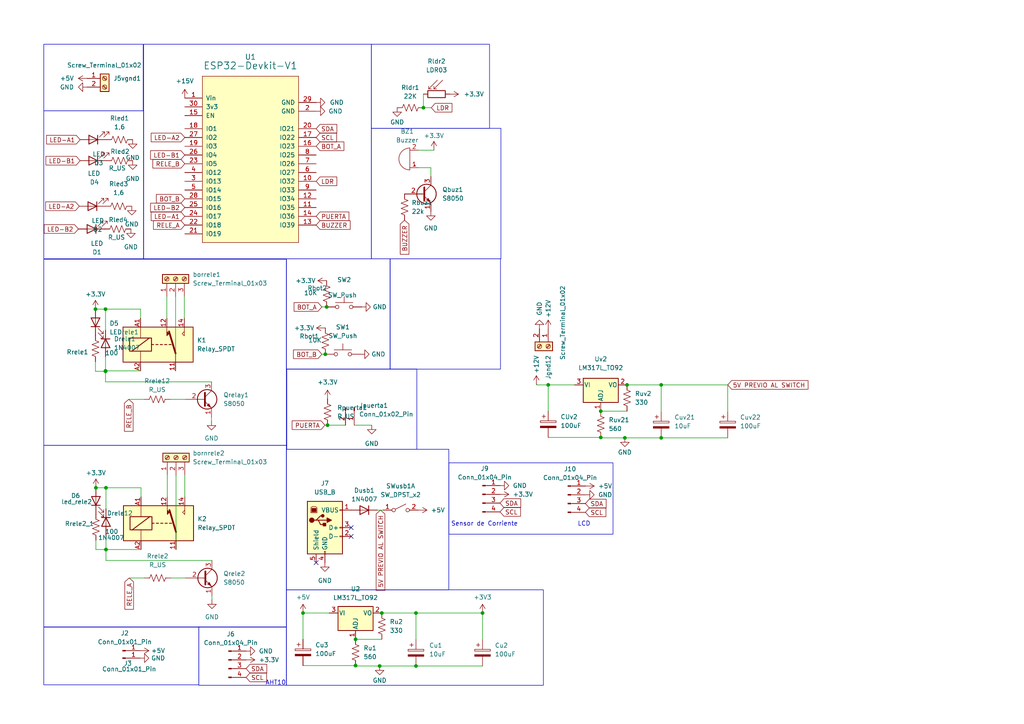
<source format=kicad_sch>
(kicad_sch (version 20231120) (generator "eeschema") (generator_version "8.0")
  (paper "A4")
  (lib_symbols
    (symbol "Connector:Conn_01x01_Pin" (pin_names (offset 1.016) hide)
      (property "Reference" "J" (at 0 2.54 0))
      (property "Value" "Conn_01x01_Pin" (at 0 -2.54 0))
      (symbol "Conn_01x01_Pin_1_1"
        (polyline (pts (xy 1.27 0) (xy 0.8636 0)) (stroke (width 0.1524)))
        (rectangle (start 0.8636 0.127) (end 0 -0.127) (stroke (width 0.1524)) (fill (type outline)))
        (pin passive line (at 5.08 0 180) (length 3.81) (name "Pin_1") (number "1"))
      )
    )
    (symbol "Connector:Conn_01x02_Pin" (pin_names (offset 1.016) hide)
      (property "Reference" "J" (at 0 2.54 0))
      (property "Value" "Conn_01x02_Pin" (at 0 -5.08 0))
      (symbol "Conn_01x02_Pin_1_1"
        (polyline (pts (xy 1.27 -2.54) (xy 0.8636 -2.54)) (stroke (width 0.1524)))
        (polyline (pts (xy 1.27 0) (xy 0.8636 0)) (stroke (width 0.1524)))
        (rectangle (start 0.8636 -2.413) (end 0 -2.667) (stroke (width 0.1524)) (fill (type outline)))
        (rectangle (start 0.8636 0.127) (end 0 -0.127) (stroke (width 0.1524)) (fill (type outline)))
        (pin passive line (at 5.08 0 180) (length 3.81) (name "Pin_1") (number "1"))
        (pin passive line (at 5.08 -2.54 180) (length 3.81) (name "Pin_2") (number "2"))
      )
    )
    (symbol "Connector:Conn_01x04_Pin" (pin_names (offset 1.016) hide)
      (property "Reference" "J" (at 0 5.08 0))
      (property "Value" "Conn_01x04_Pin" (at 0 -7.62 0))
      (symbol "Conn_01x04_Pin_1_1"
        (polyline (pts (xy 1.27 -5.08) (xy 0.8636 -5.08)) (stroke (width 0.1524)))
        (polyline (pts (xy 1.27 -2.54) (xy 0.8636 -2.54)) (stroke (width 0.1524)))
        (polyline (pts (xy 1.27 0) (xy 0.8636 0)) (stroke (width 0.1524)))
        (polyline (pts (xy 1.27 2.54) (xy 0.8636 2.54)) (stroke (width 0.1524)))
        (rectangle (start 0.8636 -4.953) (end 0 -5.207) (stroke (width 0.1524)) (fill (type outline)))
        (rectangle (start 0.8636 -2.413) (end 0 -2.667) (stroke (width 0.1524)) (fill (type outline)))
        (rectangle (start 0.8636 0.127) (end 0 -0.127) (stroke (width 0.1524)) (fill (type outline)))
        (rectangle (start 0.8636 2.667) (end 0 2.413) (stroke (width 0.1524)) (fill (type outline)))
        (pin passive line (at 5.08 2.54 180) (length 3.81) (name "Pin_1") (number "1"))
        (pin passive line (at 5.08 0 180) (length 3.81) (name "Pin_2") (number "2"))
        (pin passive line (at 5.08 -2.54 180) (length 3.81) (name "Pin_3") (number "3"))
        (pin passive line (at 5.08 -5.08 180) (length 3.81) (name "Pin_4") (number "4"))
      )
    )
    (symbol "Connector:Screw_Terminal_01x02" (pin_names (offset 1.016) hide)
      (property "Reference" "J" (at 0 2.54 0))
      (property "Value" "Screw_Terminal_01x02" (at 0 -5.08 0))
      (symbol "Screw_Terminal_01x02_1_1"
        (rectangle (start -1.27 1.27) (end 1.27 -3.81) (stroke (width 0.254)) (fill (type background)))
        (circle (center 0 -2.54) (radius 0.635) (stroke (width 0.1524)))
        (polyline (pts (xy -0.5334 -2.2098) (xy 0.3302 -3.048)) (stroke (width 0.1524)))
        (polyline (pts (xy -0.5334 0.3302) (xy 0.3302 -0.508)) (stroke (width 0.1524)))
        (polyline (pts (xy -0.3556 -2.032) (xy 0.508 -2.8702)) (stroke (width 0.1524)))
        (polyline (pts (xy -0.3556 0.508) (xy 0.508 -0.3302)) (stroke (width 0.1524)))
        (circle (center 0 0) (radius 0.635) (stroke (width 0.1524)))
        (pin passive line (at -5.08 0 0) (length 3.81) (name "Pin_1") (number "1"))
        (pin passive line (at -5.08 -2.54 0) (length 3.81) (name "Pin_2") (number "2"))
      )
    )
    (symbol "Connector:Screw_Terminal_01x03" (pin_names (offset 1.016) hide)
      (property "Reference" "J" (at 0 5.08 0))
      (property "Value" "Screw_Terminal_01x03" (at 0 -5.08 0))
      (symbol "Screw_Terminal_01x03_1_1"
        (rectangle (start -1.27 3.81) (end 1.27 -3.81) (stroke (width 0.254)) (fill (type background)))
        (circle (center 0 -2.54) (radius 0.635) (stroke (width 0.1524)))
        (polyline (pts (xy -0.5334 -2.2098) (xy 0.3302 -3.048)) (stroke (width 0.1524)))
        (polyline (pts (xy -0.5334 0.3302) (xy 0.3302 -0.508)) (stroke (width 0.1524)))
        (polyline (pts (xy -0.5334 2.8702) (xy 0.3302 2.032)) (stroke (width 0.1524)))
        (polyline (pts (xy -0.3556 -2.032) (xy 0.508 -2.8702)) (stroke (width 0.1524)))
        (polyline (pts (xy -0.3556 0.508) (xy 0.508 -0.3302)) (stroke (width 0.1524)))
        (polyline (pts (xy -0.3556 3.048) (xy 0.508 2.2098)) (stroke (width 0.1524)))
        (circle (center 0 0) (radius 0.635) (stroke (width 0.1524)))
        (circle (center 0 2.54) (radius 0.635) (stroke (width 0.1524)))
        (pin passive line (at -5.08 2.54 0) (length 3.81) (name "Pin_1") (number "1"))
        (pin passive line (at -5.08 0 0) (length 3.81) (name "Pin_2") (number "2"))
        (pin passive line (at -5.08 -2.54 0) (length 3.81) (name "Pin_3") (number "3"))
      )
    )
    (symbol "Connector:USB_B" (pin_names (offset 1.016))
      (property "Reference" "J" (at -5.08 11.43 0))
      (property "Value" "USB_B" (at -5.08 8.89 0))
      (symbol "USB_B_0_1"
        (rectangle (start -5.08 -7.62) (end 5.08 7.62) (stroke (width 0.254)) (fill (type background)))
        (circle (center -3.81 2.159) (radius 0.635) (stroke (width 0.254)) (fill (type outline)))
        (rectangle (start -3.81 5.588) (end -2.54 4.572) (fill (type outline)))
        (circle (center -0.635 3.429) (radius 0.381) (stroke (width 0.254)) (fill (type outline)))
        (rectangle (start -0.127 -7.62) (end 0.127 -6.858))
        (polyline (pts (xy -1.905 2.159) (xy 0.635 2.159)) (stroke (width 0.254)))
        (polyline (pts (xy -3.175 2.159) (xy -2.54 2.159) (xy -1.27 3.429) (xy -0.635 3.429)) (stroke (width 0.254)))
        (polyline (pts (xy -2.54 2.159) (xy -1.905 2.159) (xy -1.27 0.889) (xy 0 0.889)) (stroke (width 0.254)))
        (polyline (pts (xy 0.635 2.794) (xy 0.635 1.524) (xy 1.905 2.159) (xy 0.635 2.794)) (stroke (width 0.254)) (fill (type outline)))
        (polyline (pts (xy -4.064 4.318) (xy -2.286 4.318) (xy -2.286 5.715) (xy -2.667 6.096) (xy -3.683 6.096) (xy -4.064 5.715) (xy -4.064 4.318)))
        (rectangle (start 0.254 1.27) (end -0.508 0.508) (stroke (width 0.254)) (fill (type outline)))
        (rectangle (start 5.08 -2.667) (end 4.318 -2.413))
        (rectangle (start 5.08 -0.127) (end 4.318 0.127))
        (rectangle (start 5.08 4.953) (end 4.318 5.207))
      )
      (symbol "USB_B_1_1"
        (pin power_out line (at 7.62 5.08 180) (length 2.54) (name "VBUS") (number "1"))
        (pin bidirectional line (at 7.62 -2.54 180) (length 2.54) (name "D-") (number "2"))
        (pin bidirectional line (at 7.62 0 180) (length 2.54) (name "D+") (number "3"))
        (pin power_out line (at 0 -10.16 90) (length 2.54) (name "GND") (number "4"))
        (pin passive line (at -2.54 -10.16 90) (length 2.54) (name "Shield") (number "5"))
      )
    )
    (symbol "Device:Buzzer" (pin_names (offset 0.0254) hide)
      (property "Reference" "BZ" (at 3.81 1.27 0))
      (property "Value" "Buzzer" (at 3.81 -1.27 0))
      (symbol "Buzzer_0_1"
        (arc (start 0 -3.175) (mid 3.1612 0) (end 0 3.175))
        (polyline (pts (xy -1.651 1.905) (xy -1.143 1.905)))
        (polyline (pts (xy -1.397 2.159) (xy -1.397 1.651)))
        (polyline (pts (xy 0 3.175) (xy 0 -3.175)))
      )
      (symbol "Buzzer_1_1"
        (pin passive line (at -2.54 2.54 0) (length 2.54) (name "-") (number "1"))
        (pin passive line (at -2.54 -2.54 0) (length 2.54) (name "+") (number "2"))
      )
    )
    (symbol "Device:C_Polarized" (pin_numbers hide) (pin_names (offset 0.254))
      (property "Reference" "C" (at 0.635 2.54 0))
      (property "Value" "C_Polarized" (at 0.635 -2.54 0))
      (symbol "C_Polarized_0_1"
        (rectangle (start -2.286 0.508) (end 2.286 1.016))
        (polyline (pts (xy -1.778 2.286) (xy -0.762 2.286)))
        (polyline (pts (xy -1.27 2.794) (xy -1.27 1.778)))
        (rectangle (start 2.286 -0.508) (end -2.286 -1.016) (fill (type outline)))
      )
      (symbol "C_Polarized_1_1"
        (pin passive line (at 0 3.81 270) (length 2.794) (name "~") (number "1"))
        (pin passive line (at 0 -3.81 90) (length 2.794) (name "~") (number "2"))
      )
    )
    (symbol "Device:LED" (pin_numbers hide) (pin_names (offset 1.016) hide)
      (property "Reference" "D" (at 0 2.54 0))
      (property "Value" "LED" (at 0 -2.54 0))
      (symbol "LED_0_1"
        (polyline (pts (xy -1.27 -1.27) (xy -1.27 1.27)) (stroke (width 0.254)))
        (polyline (pts (xy -1.27 0) (xy 1.27 0)))
        (polyline (pts (xy 1.27 -1.27) (xy 1.27 1.27) (xy -1.27 0) (xy 1.27 -1.27)) (stroke (width 0.254)))
        (polyline (pts (xy -3.048 -0.762) (xy -4.572 -2.286) (xy -3.81 -2.286) (xy -4.572 -2.286) (xy -4.572 -1.524)))
        (polyline (pts (xy -1.778 -0.762) (xy -3.302 -2.286) (xy -2.54 -2.286) (xy -3.302 -2.286) (xy -3.302 -1.524)))
      )
      (symbol "LED_1_1"
        (pin passive line (at -3.81 0 0) (length 2.54) (name "K") (number "1"))
        (pin passive line (at 3.81 0 180) (length 2.54) (name "A") (number "2"))
      )
    )
    (symbol "Device:R_US" (pin_numbers hide) (pin_names (offset 0))
      (property "Reference" "R" (at 2.54 0 90))
      (property "Value" "R_US" (at -2.54 0 90))
      (symbol "R_US_0_1"
        (polyline (pts (xy 0 -2.286) (xy 0 -2.54)))
        (polyline (pts (xy 0 2.286) (xy 0 2.54)))
        (polyline (pts (xy 0 -0.762) (xy 1.016 -1.143) (xy 0 -1.524) (xy -1.016 -1.905) (xy 0 -2.286)))
        (polyline (pts (xy 0 0.762) (xy 1.016 0.381) (xy 0 0) (xy -1.016 -0.381) (xy 0 -0.762)))
        (polyline (pts (xy 0 2.286) (xy 1.016 1.905) (xy 0 1.524) (xy -1.016 1.143) (xy 0 0.762)))
      )
      (symbol "R_US_1_1"
        (pin passive line (at 0 3.81 270) (length 1.27) (name "~") (number "1"))
        (pin passive line (at 0 -3.81 90) (length 1.27) (name "~") (number "2"))
      )
    )
    (symbol "Diode:1N4007" (pin_numbers hide) (pin_names hide)
      (property "Reference" "D" (at 0 2.54 0))
      (property "Value" "1N4007" (at 0 -2.54 0))
      (symbol "1N4007_0_1"
        (polyline (pts (xy -1.27 1.27) (xy -1.27 -1.27)) (stroke (width 0.254)))
        (polyline (pts (xy 1.27 0) (xy -1.27 0)))
        (polyline (pts (xy 1.27 1.27) (xy 1.27 -1.27) (xy -1.27 0) (xy 1.27 1.27)) (stroke (width 0.254)))
      )
      (symbol "1N4007_1_1"
        (pin passive line (at -3.81 0 0) (length 2.54) (name "K") (number "1"))
        (pin passive line (at 3.81 0 180) (length 2.54) (name "A") (number "2"))
      )
    )
    (symbol "Regulator_Linear:LM317L_TO92" (pin_names (offset 0.254))
      (property "Reference" "U" (at -3.81 3.175 0))
      (property "Value" "LM317L_TO92" (at 0 3.175 0))
      (symbol "LM317L_TO92_0_1"
        (rectangle (start -5.08 1.905) (end 5.08 -5.08) (stroke (width 0.254)) (fill (type background)))
      )
      (symbol "LM317L_TO92_1_1"
        (pin input line (at 0 -7.62 90) (length 2.54) (name "ADJ") (number "1"))
        (pin power_out line (at 7.62 0 180) (length 2.54) (name "VO") (number "2"))
        (pin power_in line (at -7.62 0 0) (length 2.54) (name "VI") (number "3"))
      )
    )
    (symbol "Relay:Relay_SPDT"
      (property "Reference" "K" (at 11.43 3.81 0))
      (property "Value" "Relay_SPDT" (at 11.43 1.27 0))
      (symbol "Relay_SPDT_0_0"
        (polyline (pts (xy 7.62 5.08) (xy 7.62 2.54) (xy 6.985 3.175) (xy 7.62 3.81)))
      )
      (symbol "Relay_SPDT_0_1"
        (rectangle (start -10.16 5.08) (end 10.16 -5.08) (stroke (width 0.254)) (fill (type background)))
        (rectangle (start -8.255 1.905) (end -1.905 -1.905) (stroke (width 0.254)))
        (polyline (pts (xy -7.62 -1.905) (xy -2.54 1.905)) (stroke (width 0.254)))
        (polyline (pts (xy -5.08 -5.08) (xy -5.08 -1.905)))
        (polyline (pts (xy -5.08 5.08) (xy -5.08 1.905)))
        (polyline (pts (xy -1.905 0) (xy -1.27 0)) (stroke (width 0.254)))
        (polyline (pts (xy -0.635 0) (xy 0 0)) (stroke (width 0.254)))
        (polyline (pts (xy 0.635 0) (xy 1.27 0)) (stroke (width 0.254)))
        (polyline (pts (xy 1.905 0) (xy 2.54 0)) (stroke (width 0.254)))
        (polyline (pts (xy 3.175 0) (xy 3.81 0)) (stroke (width 0.254)))
        (polyline (pts (xy 5.08 -2.54) (xy 3.175 3.81)) (stroke (width 0.508)))
        (polyline (pts (xy 5.08 -2.54) (xy 5.08 -5.08)))
        (polyline (pts (xy 2.54 5.08) (xy 2.54 2.54) (xy 3.175 3.175) (xy 2.54 3.81)) (fill (type outline)))
      )
      (symbol "Relay_SPDT_1_1"
        (pin passive line (at 5.08 -7.62 90) (length 2.54) (name "~") (number "11"))
        (pin passive line (at 2.54 7.62 270) (length 2.54) (name "~") (number "12"))
        (pin passive line (at 7.62 7.62 270) (length 2.54) (name "~") (number "14"))
        (pin passive line (at -5.08 7.62 270) (length 2.54) (name "~") (number "A1"))
        (pin passive line (at -5.08 -7.62 90) (length 2.54) (name "~") (number "A2"))
      )
    )
    (symbol "Sensor_Optical:LDR03" (pin_numbers hide) (pin_names (offset 0))
      (property "Reference" "R" (at -5.08 0 90))
      (property "Value" "LDR03" (at 1.905 0 90))
      (symbol "LDR03_0_1"
        (rectangle (start -1.016 2.54) (end 1.016 -2.54) (stroke (width 0.254)))
        (polyline (pts (xy -1.524 -2.286) (xy -4.064 0.254)))
        (polyline (pts (xy -1.524 -2.286) (xy -2.286 -2.286)))
        (polyline (pts (xy -1.524 -2.286) (xy -1.524 -1.524)))
        (polyline (pts (xy -1.524 -0.762) (xy -4.064 1.778)))
        (polyline (pts (xy -1.524 -0.762) (xy -2.286 -0.762)))
        (polyline (pts (xy -1.524 -0.762) (xy -1.524 0)))
      )
      (symbol "LDR03_1_1"
        (pin passive line (at 0 3.81 270) (length 1.27) (name "~") (number "1"))
        (pin passive line (at 0 -3.81 90) (length 1.27) (name "~") (number "2"))
      )
    )
    (symbol "Switch:SW_DPST_x2" (pin_names (offset 0) hide)
      (property "Reference" "SW" (at 0 3.175 0))
      (property "Value" "SW_DPST_x2" (at 0 -2.54 0))
      (symbol "SW_DPST_x2_0_0"
        (circle (center -2.032 0) (radius 0.508))
        (polyline (pts (xy -1.524 0.254) (xy 1.524 1.778)))
        (circle (center 2.032 0) (radius 0.508))
      )
      (symbol "SW_DPST_x2_1_1"
        (pin passive line (at -5.08 0 0) (length 2.54) (name "A") (number "1"))
        (pin passive line (at 5.08 0 180) (length 2.54) (name "B") (number "2"))
      )
      (symbol "SW_DPST_x2_2_1"
        (pin passive line (at -5.08 0 0) (length 2.54) (name "A") (number "3"))
        (pin passive line (at 5.08 0 180) (length 2.54) (name "B") (number "4"))
      )
    )
    (symbol "Switch:SW_Push" (pin_numbers hide) (pin_names (offset 1.016) hide)
      (property "Reference" "SW" (at 1.27 2.54 0))
      (property "Value" "SW_Push" (at 0 -1.524 0))
      (symbol "SW_Push_0_1"
        (circle (center -2.032 0) (radius 0.508))
        (polyline (pts (xy 0 1.27) (xy 0 3.048)))
        (polyline (pts (xy 2.54 1.27) (xy -2.54 1.27)))
        (circle (center 2.032 0) (radius 0.508))
        (pin passive line (at -5.08 0 0) (length 2.54) (name "1") (number "1"))
        (pin passive line (at 5.08 0 180) (length 2.54) (name "2") (number "2"))
      )
    )
    (symbol "Transistor_BJT:S8050" (pin_names (offset 0) hide)
      (property "Reference" "Q" (at 5.08 1.905 0))
      (property "Value" "S8050" (at 5.08 0 0))
      (symbol "S8050_0_1"
        (polyline (pts (xy 0 0) (xy 0.635 0)))
        (polyline (pts (xy 0.635 0.635) (xy 2.54 2.54)))
        (polyline (pts (xy 0.635 -0.635) (xy 2.54 -2.54) (xy 2.54 -2.54)))
        (polyline (pts (xy 0.635 1.905) (xy 0.635 -1.905) (xy 0.635 -1.905)) (stroke (width 0.508)))
        (polyline (pts (xy 1.27 -1.778) (xy 1.778 -1.27) (xy 2.286 -2.286) (xy 1.27 -1.778) (xy 1.27 -1.778)) (fill (type outline)))
        (circle (center 1.27 0) (radius 2.8194) (stroke (width 0.254)))
      )
      (symbol "S8050_1_1"
        (pin passive line (at 2.54 -5.08 90) (length 2.54) (name "E") (number "1"))
        (pin input line (at -5.08 0 0) (length 5.08) (name "B") (number "2"))
        (pin passive line (at 2.54 5.08 270) (length 2.54) (name "C") (number "3"))
      )
    )
    (symbol "esp32-devkit-v1:ESP32-Devkit-V1" (pin_names (offset 1.016))
      (property "Reference" "U" (at 13.97 -21.59 0))
      (property "Value" "ESP32-Devkit-V1" (at 13.97 -2.54 0))
      (symbol "ESP32-Devkit-V1_0_1"
        (rectangle (start 0 0) (end 27.94 -48.26) (fill (type background)))
      )
      (symbol "ESP32-Devkit-V1_1_1"
        (pin power_in line (at -5.08 -6.35 0) (length 5.08) (name "Vin") (number "1"))
        (pin bidirectional line (at 33.02 -30.48 180) (length 5.08) (name "IO32") (number "10"))
        (pin bidirectional line (at 33.02 -38.1 180) (length 5.08) (name "IO35") (number "11"))
        (pin bidirectional line (at 33.02 -35.56 180) (length 5.08) (name "IO34") (number "12"))
        (pin bidirectional line (at 33.02 -43.18 180) (length 5.08) (name "IO39") (number "13"))
        (pin bidirectional line (at 33.02 -40.64 180) (length 5.08) (name "IO36") (number "14"))
        (pin input line (at -5.08 -11.43 0) (length 5.08) (name "EN") (number "15"))
        (pin bidirectional line (at 33.02 -20.32 180) (length 5.08) (name "IO23") (number "16"))
        (pin bidirectional line (at 33.02 -17.78 180) (length 5.08) (name "IO22") (number "17"))
        (pin bidirectional line (at -5.08 -15.24 0) (length 5.08) (name "IO1") (number "18"))
        (pin bidirectional line (at -5.08 -20.32 0) (length 5.08) (name "IO3") (number "19"))
        (pin power_out line (at 33.02 -10.16 180) (length 5.08) (name "GND") (number "2"))
        (pin bidirectional line (at 33.02 -15.24 180) (length 5.08) (name "IO21") (number "20"))
        (pin bidirectional line (at -5.08 -45.72 0) (length 5.08) (name "IO19") (number "21"))
        (pin bidirectional line (at -5.08 -43.18 0) (length 5.08) (name "IO18") (number "22"))
        (pin bidirectional line (at -5.08 -25.4 0) (length 5.08) (name "IO5") (number "23"))
        (pin bidirectional line (at -5.08 -40.64 0) (length 5.08) (name "IO17") (number "24"))
        (pin bidirectional line (at -5.08 -38.1 0) (length 5.08) (name "IO16") (number "25"))
        (pin bidirectional line (at -5.08 -22.86 0) (length 5.08) (name "IO4") (number "26"))
        (pin bidirectional line (at -5.08 -17.78 0) (length 5.08) (name "IO2") (number "27"))
        (pin bidirectional line (at -5.08 -35.56 0) (length 5.08) (name "IO15") (number "28"))
        (pin power_out line (at 33.02 -7.62 180) (length 5.08) (name "GND") (number "29"))
        (pin bidirectional line (at -5.08 -30.48 0) (length 5.08) (name "IO13") (number "3"))
        (pin power_out line (at -5.08 -8.89 0) (length 5.08) (name "3v3") (number "30"))
        (pin bidirectional line (at -5.08 -27.94 0) (length 5.08) (name "IO12") (number "4"))
        (pin bidirectional line (at -5.08 -33.02 0) (length 5.08) (name "IO14") (number "5"))
        (pin bidirectional line (at 33.02 -27.94 180) (length 5.08) (name "IO27") (number "6"))
        (pin bidirectional line (at 33.02 -25.4 180) (length 5.08) (name "IO26") (number "7"))
        (pin bidirectional line (at 33.02 -22.86 180) (length 5.08) (name "IO25") (number "8"))
        (pin bidirectional line (at 33.02 -33.02 180) (length 5.08) (name "IO33") (number "9"))
      )
    )
    (symbol "power:+12V" (power) (pin_names (offset 0))
      (property "Value" "+12V" (at 0 3.556 0))
      (symbol "+12V_0_1"
        (polyline (pts (xy -0.762 1.27) (xy 0 2.54)))
        (polyline (pts (xy 0 0) (xy 0 2.54)))
        (polyline (pts (xy 0 2.54) (xy 0.762 1.27)))
      )
      (symbol "+12V_1_1"
        (pin power_in line (at 0 0 90) (length 0) hide (name "+12V") (number "1"))
      )
    )
    (symbol "power:+15V" (power) (pin_names (offset 0))
      (property "Value" "+15V" (at 0 3.556 0))
      (symbol "+15V_0_1"
        (polyline (pts (xy -0.762 1.27) (xy 0 2.54)))
        (polyline (pts (xy 0 0) (xy 0 2.54)))
        (polyline (pts (xy 0 2.54) (xy 0.762 1.27)))
      )
      (symbol "+15V_1_1"
        (pin power_in line (at 0 0 90) (length 0) hide (name "+15V") (number "1"))
      )
    )
    (symbol "power:+3.3V" (power) (pin_names (offset 0))
      (property "Value" "+3.3V" (at 0 3.556 0))
      (symbol "+3.3V_0_1"
        (polyline (pts (xy -0.762 1.27) (xy 0 2.54)))
        (polyline (pts (xy 0 0) (xy 0 2.54)))
        (polyline (pts (xy 0 2.54) (xy 0.762 1.27)))
      )
      (symbol "+3.3V_1_1"
        (pin power_in line (at 0 0 90) (length 0) hide (name "+3.3V") (number "1"))
      )
    )
    (symbol "power:+3V3" (power) (pin_names (offset 0))
      (property "Value" "+3V3" (at 0 3.556 0))
      (symbol "+3V3_0_1"
        (polyline (pts (xy -0.762 1.27) (xy 0 2.54)))
        (polyline (pts (xy 0 0) (xy 0 2.54)))
        (polyline (pts (xy 0 2.54) (xy 0.762 1.27)))
      )
      (symbol "+3V3_1_1"
        (pin power_in line (at 0 0 90) (length 0) hide (name "+3V3") (number "1"))
      )
    )
    (symbol "power:+5V" (power) (pin_names (offset 0))
      (property "Value" "+5V" (at 0 3.556 0))
      (symbol "+5V_0_1"
        (polyline (pts (xy -0.762 1.27) (xy 0 2.54)))
        (polyline (pts (xy 0 0) (xy 0 2.54)))
        (polyline (pts (xy 0 2.54) (xy 0.762 1.27)))
      )
      (symbol "+5V_1_1"
        (pin power_in line (at 0 0 90) (length 0) hide (name "+5V") (number "1"))
      )
    )
    (symbol "power:GND" (power) (pin_names (offset 0))
      (property "Value" "GND" (at 0 -3.81 0))
      (symbol "GND_0_1"
        (polyline (pts (xy 0 0) (xy 0 -1.27) (xy 1.27 -1.27) (xy 0 -2.54) (xy -1.27 -1.27) (xy 0 -1.27)))
      )
      (symbol "GND_1_1"
        (pin power_in line (at 0 0 270) (length 0) hide (name "GND") (number "1"))
      )
    )
  )
  (junction (at 181.864 111.633))
  (junction (at 103.124 193.04))
  (junction (at 30.607 107.696))
  (junction (at 103.124 185.42))
  (junction (at 139.954 177.8))
  (junction (at 94.361 102.743))
  (junction (at 110.744 177.8))
  (junction (at 30.734 159.385))
  (junction (at 30.607 107.569))
  (junction (at 174.244 119.253))
  (junction (at 30.734 141.478))
  (junction (at 181.229 127))
  (junction (at 191.77 111.633))
  (junction (at 191.77 127))
  (junction (at 159.004 111.633))
  (junction (at 87.884 177.8))
  (junction (at 30.607 89.662))
  (junction (at 174.244 126.873))
  (junction (at 27.686 89.662))
  (junction (at 27.813 141.478))
  (junction (at 120.65 193.167))
  (junction (at 94.742 89.027))
  (junction (at 94.996 123.317))
  (junction (at 110.109 193.167))
  (junction (at 120.65 177.8))
  (junction (at 122.809 31.242))
  (no_connect (at 91.694 163.195))
  (no_connect (at 101.854 155.575))
  (no_connect (at 101.854 153.035))
  (wire (pts (xy 50.927 85.979) (xy 50.927 107.569)))
  (wire (pts (xy 103.124 193.167) (xy 103.124 193.04)))
  (wire (pts (xy 61.341 110.744) (xy 30.607 110.744)))
  (wire (pts (xy 155.575 111.506) (xy 155.702 111.506)))
  (wire (pts (xy 174.244 127) (xy 174.244 126.873)))
  (wire (pts (xy 30.607 89.662) (xy 30.607 95.758)))
  (wire (pts (xy 120.65 193.167) (xy 110.109 193.167)))
  (wire (pts (xy 100.203 123.317) (xy 94.996 123.317)))
  (wire (pts (xy 49.53 167.64) (xy 53.848 167.64)))
  (wire (pts (xy 30.734 141.478) (xy 30.734 147.574)))
  (wire (pts (xy 120.65 185.547) (xy 120.65 177.8)))
  (wire (pts (xy 48.514 137.795) (xy 48.514 144.145)))
  (wire (pts (xy 40.894 141.478) (xy 30.734 141.478)))
  (wire (pts (xy 87.884 177.8) (xy 87.884 185.42)))
  (wire (pts (xy 211.074 111.633) (xy 211.074 119.38)))
  (wire (pts (xy 30.607 107.569) (xy 40.767 107.569)))
  (wire (pts (xy 61.468 162.56) (xy 30.734 162.56)))
  (wire (pts (xy 53.467 85.979) (xy 53.467 92.329)))
  (wire (pts (xy 120.65 177.8) (xy 110.744 177.8)))
  (wire (pts (xy 61.468 172.72) (xy 61.468 173.99)))
  (wire (pts (xy 139.954 185.547) (xy 139.954 177.8)))
  (wire (pts (xy 102.743 123.317) (xy 107.823 123.317)))
  (wire (pts (xy 27.813 159.385) (xy 30.734 159.385)))
  (wire (pts (xy 30.734 162.56) (xy 30.734 159.385)))
  (wire (pts (xy 191.77 127) (xy 181.229 127)))
  (wire (pts (xy 37.338 115.824) (xy 41.783 115.824)))
  (wire (pts (xy 191.77 119.38) (xy 191.77 111.633)))
  (wire (pts (xy 93.345 102.743) (xy 94.361 102.743)))
  (wire (pts (xy 30.607 89.662) (xy 27.686 89.662)))
  (wire (pts (xy 30.607 107.569) (xy 30.607 103.378)))
  (wire (pts (xy 30.734 159.385) (xy 30.734 155.194)))
  (wire (pts (xy 93.345 89.027) (xy 94.742 89.027)))
  (wire (pts (xy 111.125 147.955) (xy 109.474 147.955)))
  (wire (pts (xy 27.813 156.718) (xy 27.813 159.385)))
  (wire (pts (xy 211.074 111.633) (xy 191.77 111.633)))
  (wire (pts (xy 40.767 89.662) (xy 30.607 89.662)))
  (wire (pts (xy 30.734 141.478) (xy 27.813 141.478)))
  (wire (pts (xy 110.109 193.167) (xy 103.124 193.167)))
  (wire (pts (xy 94.234 123.317) (xy 94.996 123.317)))
  (wire (pts (xy 155.702 111.506) (xy 155.702 111.633)))
  (wire (pts (xy 159.004 126.873) (xy 174.244 126.873)))
  (wire (pts (xy 139.954 177.8) (xy 120.65 177.8)))
  (wire (pts (xy 87.884 193.04) (xy 103.124 193.04)))
  (wire (pts (xy 30.607 107.696) (xy 30.607 107.569)))
  (wire (pts (xy 174.244 119.253) (xy 181.864 119.253)))
  (wire (pts (xy 27.686 107.696) (xy 30.607 107.696)))
  (wire (pts (xy 95.504 177.8) (xy 87.884 177.8)))
  (wire (pts (xy 40.767 92.329) (xy 40.767 89.662)))
  (wire (pts (xy 53.594 137.795) (xy 53.594 144.145)))
  (wire (pts (xy 27.686 104.902) (xy 27.686 107.696)))
  (wire (pts (xy 122.809 31.242) (xy 125.095 31.242)))
  (wire (pts (xy 181.229 127) (xy 174.244 127)))
  (wire (pts (xy 103.124 185.42) (xy 110.744 185.42)))
  (wire (pts (xy 211.074 127) (xy 191.77 127)))
  (wire (pts (xy 159.004 111.633) (xy 159.004 119.253)))
  (wire (pts (xy 30.607 110.744) (xy 30.607 107.696)))
  (wire (pts (xy 155.702 111.633) (xy 159.004 111.633)))
  (wire (pts (xy 122.809 27.305) (xy 122.809 31.242)))
  (wire (pts (xy 49.403 115.824) (xy 53.721 115.824)))
  (wire (pts (xy 37.465 167.64) (xy 41.91 167.64)))
  (wire (pts (xy 159.004 111.633) (xy 166.624 111.633)))
  (wire (pts (xy 139.954 193.167) (xy 120.65 193.167)))
  (wire (pts (xy 61.341 120.904) (xy 61.341 122.174)))
  (wire (pts (xy 30.734 159.385) (xy 40.894 159.385)))
  (wire (pts (xy 124.968 48.641) (xy 124.968 51.181)))
  (wire (pts (xy 40.894 144.145) (xy 40.894 141.478)))
  (wire (pts (xy 121.412 43.561) (xy 125.857 43.561)))
  (wire (pts (xy 191.77 111.633) (xy 181.864 111.633)))
  (wire (pts (xy 48.387 85.979) (xy 48.387 92.329)))
  (wire (pts (xy 51.054 137.795) (xy 51.054 159.385)))
  (wire (pts (xy 121.412 48.641) (xy 124.968 48.641)))
  (rectangle (start 12.7 12.827) (end 41.529 32.131))
  (rectangle (start 130.175 134.239) (end 177.8 154.94))
  (rectangle (start 12.7 32.131) (end 41.656 75.057))
  (rectangle (start 83.185 107.061) (end 120.904 130.302))
  (rectangle (start 83.058 171.069) (end 157.607 198.755))
  (rectangle (start 57.658 181.864) (end 83.058 198.755))
  (rectangle (start 113.157 75.057) (end 145.161 107.061))
  (rectangle (start 107.696 37.211) (end 145.288 75.057))
  (rectangle (start 107.696 12.827) (end 141.986 37.211))
  (rectangle (start 12.7 129.159) (end 83.058 181.864))
  (rectangle (start 83.058 75.057) (end 113.157 107.061))
  (rectangle (start 12.7 75.184) (end 83.058 129.159))
  (rectangle (start 83.058 130.302) (end 130.175 171.069))
  (rectangle (start 41.656 12.827) (end 107.696 75.057))
  (rectangle (start 12.7 181.864) (end 57.658 198.628))
  (text "Sensor de Corriente" (at 130.81 152.781 0) (effects (font (size 1.27 1.27)) (justify left bottom)))
  (text "LCD" (at 167.513 152.781 0) (effects (font (size 1.27 1.27)) (justify left bottom)))
  (text "AHT10" (at 76.962 198.882 0) (effects (font (size 1.27 1.27)) (justify left bottom)))
  (global_label "LED-B2" (shape input) (at 22.733 66.421 180) (property "Intersheetrefs" "${INTERSHEET_REFS}" (effects (hide yes))))
  (global_label "LDR" (shape input) (at 91.694 52.578 0) (property "Intersheetrefs" "${INTERSHEET_REFS}" (effects (hide yes))))
  (global_label "BOT_B" (shape input) (at 53.594 57.658 180) (property "Intersheetrefs" "${INTERSHEET_REFS}" (effects (hide yes))))
  (global_label "BUZZER" (shape input) (at 91.694 65.278 0) (property "Intersheetrefs" "${INTERSHEET_REFS}" (effects (hide yes))))
  (global_label "RELE_A" (shape input) (at 37.465 167.64 270) (property "Intersheetrefs" "${INTERSHEET_REFS}" (effects (hide yes))))
  (global_label "5V PREVIO AL SWITCH" (shape input) (at 110.363 147.955 270) (property "Intersheetrefs" "${INTERSHEET_REFS}" (effects (hide yes))))
  (global_label "5V PREVIO AL SWITCH" (shape input) (at 211.074 111.633 0) (property "Intersheetrefs" "${INTERSHEET_REFS}" (effects (hide yes))))
  (global_label "PUERTA" (shape input) (at 94.234 123.317 180) (property "Intersheetrefs" "${INTERSHEET_REFS}" (effects (hide yes))))
  (global_label "LED-A2" (shape input) (at 53.594 39.878 180) (property "Intersheetrefs" "${INTERSHEET_REFS}" (effects (hide yes))))
  (global_label "SCL" (shape input) (at 145.034 148.463 0) (property "Intersheetrefs" "${INTERSHEET_REFS}" (effects (hide yes))))
  (global_label "BOT_A" (shape input) (at 93.345 89.027 180) (property "Intersheetrefs" "${INTERSHEET_REFS}" (effects (hide yes))))
  (global_label "BOT_B" (shape input) (at 93.345 102.743 180) (property "Intersheetrefs" "${INTERSHEET_REFS}" (effects (hide yes))))
  (global_label "SDA" (shape input) (at 169.799 146.05 0) (property "Intersheetrefs" "${INTERSHEET_REFS}" (effects (hide yes))))
  (global_label "LED-B2" (shape input) (at 53.594 60.198 180) (property "Intersheetrefs" "${INTERSHEET_REFS}" (effects (hide yes))))
  (global_label "LED-B1" (shape input) (at 23.241 46.609 180) (property "Intersheetrefs" "${INTERSHEET_REFS}" (effects (hide yes))))
  (global_label "BOT_A" (shape input) (at 91.694 42.418 0) (property "Intersheetrefs" "${INTERSHEET_REFS}" (effects (hide yes))))
  (global_label "SDA" (shape input) (at 145.034 145.923 0) (property "Intersheetrefs" "${INTERSHEET_REFS}" (effects (hide yes))))
  (global_label "SDA" (shape input) (at 91.694 37.338 0) (property "Intersheetrefs" "${INTERSHEET_REFS}" (effects (hide yes))))
  (global_label "SCL" (shape input) (at 91.694 39.878 0) (property "Intersheetrefs" "${INTERSHEET_REFS}" (effects (hide yes))))
  (global_label "SCL" (shape input) (at 71.374 196.469 0) (property "Intersheetrefs" "${INTERSHEET_REFS}" (effects (hide yes))))
  (global_label "RELE_B" (shape input) (at 53.594 47.498 180) (property "Intersheetrefs" "${INTERSHEET_REFS}" (effects (hide yes))))
  (global_label "LED-A2" (shape input) (at 22.987 59.817 180) (property "Intersheetrefs" "${INTERSHEET_REFS}" (effects (hide yes))))
  (global_label "LED-A1" (shape input) (at 23.241 40.513 180) (property "Intersheetrefs" "${INTERSHEET_REFS}" (effects (hide yes))))
  (global_label "LED-B1" (shape input) (at 53.594 44.958 180) (property "Intersheetrefs" "${INTERSHEET_REFS}" (effects (hide yes))))
  (global_label "RELE_A" (shape input) (at 53.594 65.278 180) (property "Intersheetrefs" "${INTERSHEET_REFS}" (effects (hide yes))))
  (global_label "LED-A1" (shape input) (at 53.594 62.738 180) (property "Intersheetrefs" "${INTERSHEET_REFS}" (effects (hide yes))))
  (global_label "PUERTA" (shape input) (at 91.694 62.738 0) (property "Intersheetrefs" "${INTERSHEET_REFS}" (effects (hide yes))))
  (global_label "LDR" (shape input) (at 125.095 31.242 0) (property "Intersheetrefs" "${INTERSHEET_REFS}" (effects (hide yes))))
  (global_label "BUZZER" (shape input) (at 117.348 63.881 270) (property "Intersheetrefs" "${INTERSHEET_REFS}" (effects (hide yes))))
  (global_label "RELE_B" (shape input) (at 37.338 115.824 270) (property "Intersheetrefs" "${INTERSHEET_REFS}" (effects (hide yes))))
  (global_label "SCL" (shape input) (at 169.799 148.59 0) (property "Intersheetrefs" "${INTERSHEET_REFS}" (effects (hide yes))))
  (global_label "SDA" (shape input) (at 71.374 193.929 0) (property "Intersheetrefs" "${INTERSHEET_REFS}" (effects (hide yes))))
  (symbol (lib_id "power:+3.3V") (at 27.813 141.478 0) (unit 1)
    (property "Reference" "#PWR04" (effects (hide yes)))
    (property "Value" "+3.3V" (at 27.813 137.16 0))
  )
  (symbol (lib_id "Sensor_Optical:LDR03") (at 126.619 27.305 270) (unit 1)
    (property "Reference" "Rldr2" (at 126.619 17.78 90))
    (property "Value" "LDR03" (at 126.619 20.32 90))
    (property "Footprint" "Connector_Molex:Molex_KK-254_AE-6410-02A_1x02_P2.54mm_Vertical" (effects (hide yes)))
    (property "Datasheet" "http://www.elektronica-componenten.nl/WebRoot/StoreNL/Shops/61422969/54F1/BA0C/C664/31B9/2173/C0A8/2AB9/2AEF/LDR03IMP.pdf" (effects (hide yes)))
  )
  (symbol (lib_id "power:+3.3V") (at 71.374 191.389 270) (unit 1)
    (property "Reference" "#PWR015" (effects (hide yes)))
    (property "Value" "+3.3V" (at 75.057 191.389 90) (effects (justify left)))
  )
  (symbol (lib_id "Device:R_US") (at 27.686 101.092 180) (unit 1)
    (property "Reference" "Rrele1" (at 19.304 102.108 0) (effects (justify right)))
    (property "Value" "100" (at 30.48 102.3619 0) (effects (justify right)))
    (property "Footprint" "Resistor_THT:R_Axial_DIN0207_L6.3mm_D2.5mm_P10.16mm_Horizontal" (effects (hide yes)))
  )
  (symbol (lib_id "power:GND") (at 145.034 140.843 90) (unit 1)
    (property "Reference" "#PWR033" (effects (hide yes)))
    (property "Value" "GND" (at 148.717 140.843 90) (effects (justify right)))
  )
  (symbol (lib_id "Device:C_Polarized") (at 159.004 123.063 0) (unit 1)
    (property "Reference" "CUv2" (at 162.56 120.9039 0) (effects (justify left)))
    (property "Value" "100uF" (at 162.56 123.4439 0) (effects (justify left)))
    (property "Footprint" "Capacitor_THT:CP_Radial_D10.0mm_P3.50mm" (effects (hide yes)))
  )
  (symbol (lib_id "power:+3.3V") (at 94.996 115.697 0) (unit 1)
    (property "Reference" "#PWR022" (effects (hide yes)))
    (property "Value" "+3.3V" (at 94.996 110.871 0))
  )
  (symbol (lib_id "power:+5V") (at 87.884 177.8 0) (unit 1)
    (property "Reference" "#PWR016" (effects (hide yes)))
    (property "Value" "+5V" (at 87.884 173.228 0))
  )
  (symbol (lib_id "Device:R_US") (at 45.72 167.64 90) (unit 1)
    (property "Reference" "Rrele2" (at 45.72 161.29 90))
    (property "Value" "R_US" (at 45.72 163.83 90))
    (property "Footprint" "Resistor_THT:R_Axial_DIN0207_L6.3mm_D2.5mm_P10.16mm_Horizontal" (effects (hide yes)))
  )
  (symbol (lib_id "Device:R_US") (at 34.671 46.609 90) (unit 1)
    (property "Reference" "Rled2" (at 34.798 43.942 90))
    (property "Value" "R_US" (at 34.036 48.768 90))
    (property "Footprint" "Resistor_THT:R_Axial_DIN0207_L6.3mm_D2.5mm_P10.16mm_Horizontal" (effects (hide yes)))
  )
  (symbol (lib_id "power:GND") (at 91.694 32.258 90) (unit 1)
    (property "Reference" "#PWR018" (effects (hide yes)))
    (property "Value" "GND" (at 95.25 32.258 90) (effects (justify right)))
  )
  (symbol (lib_id "power:GND") (at 124.968 61.341 0) (unit 1)
    (property "Reference" "#PWR029" (effects (hide yes)))
    (property "Value" "GND" (at 124.968 66.167 0))
  )
  (symbol (lib_id "power:GND") (at 169.799 143.51 90) (unit 1)
    (property "Reference" "#PWR035" (effects (hide yes)))
    (property "Value" "GND" (at 173.482 143.51 90) (effects (justify right)))
  )
  (symbol (lib_id "Connector:Screw_Terminal_01x03") (at 51.054 132.715 90) (unit 1)
    (property "Reference" "bornrele2" (at 55.88 131.4449 90) (effects (justify right)))
    (property "Value" "Screw_Terminal_01x03" (at 55.88 133.9849 90) (effects (justify right)))
    (property "Footprint" "TerminalBlock:TerminalBlock_bornier-3_P5.08mm" (effects (hide yes)))
  )
  (symbol (lib_id "power:GND") (at 25.273 25.273 270) (unit 1)
    (property "Reference" "#PWR02" (effects (hide yes)))
    (property "Value" "GND" (at 21.463 25.273 90) (effects (justify right)))
  )
  (symbol (lib_id "power:+5V") (at 169.799 140.97 270) (unit 1)
    (property "Reference" "#PWR036" (effects (hide yes)))
    (property "Value" "+5V" (at 173.482 140.97 90) (effects (justify left)))
  )
  (symbol (lib_id "Device:LED") (at 26.797 59.817 180) (unit 1)
    (property "Reference" "D2" (at 28.3845 66.548 0))
    (property "Value" "LED" (at 28.3845 64.008 0))
    (property "Footprint" "Connector_Molex:Molex_KK-254_AE-6410-02A_1x02_P2.54mm_Vertical" (effects (hide yes)))
  )
  (symbol (lib_id "power:GND") (at 107.823 123.317 0) (unit 1)
    (property "Reference" "#PWR025" (effects (hide yes)))
    (property "Value" "GND" (at 107.823 128.651 0))
  )
  (symbol (lib_id "Transistor_BJT:S8050") (at 122.428 56.261 0) (unit 1)
    (property "Reference" "Qbuz1" (at 128.27 54.9909 0) (effects (justify left)))
    (property "Value" "S8050" (at 128.27 57.5309 0) (effects (justify left)))
    (property "Footprint" "Package_TO_SOT_THT:TO-92_Inline" (effects (hide yes)))
    (property "Datasheet" "http://www.unisonic.com.tw/datasheet/S8050.pdf" (effects (hide yes)))
  )
  (symbol (lib_id "Diode:1N4007") (at 30.734 151.384 270) (unit 1)
    (property "Reference" "Drele12" (at 30.988 148.844 90) (effects (justify left)))
    (property "Value" "1N4007" (at 28.448 155.956 90) (effects (justify left)))
    (property "Footprint" "Diode_THT:D_DO-41_SOD81_P10.16mm_Horizontal" (effects (hide yes)))
    (property "Datasheet" "http://www.vishay.com/docs/88503/1n4001.pdf" (effects (hide yes)))
    (property "Sim.Device" "D" (effects (hide yes)))
    (property "Sim.Pins" "1=K 2=A" (effects (hide yes)))
  )
  (symbol (lib_id "Device:R_US") (at 34.163 66.421 90) (unit 1)
    (property "Reference" "Rled4" (at 34.29 63.754 90))
    (property "Value" "R_US" (at 33.782 68.834 90))
    (property "Footprint" "Resistor_THT:R_Axial_DIN0207_L6.3mm_D2.5mm_P10.16mm_Horizontal" (effects (hide yes)))
  )
  (symbol (lib_id "Connector:Screw_Terminal_01x02") (at 30.353 22.733 0) (unit 1)
    (property "Reference" "J5vgnd1" (at 32.893 22.733 0) (effects (justify left)))
    (property "Value" "Screw_Terminal_01x02" (at 19.431 18.923 0) (effects (justify left)))
    (property "Footprint" "TerminalBlock:TerminalBlock_bornier-2_P5.08mm" (effects (hide yes)))
  )
  (symbol (lib_id "Device:R_US") (at 118.999 31.242 90) (unit 1)
    (property "Reference" "Rldr1" (at 118.999 25.4 90))
    (property "Value" "22K" (at 118.999 27.94 90))
    (property "Footprint" "Resistor_THT:R_Axial_DIN0207_L6.3mm_D2.5mm_P10.16mm_Horizontal" (effects (hide yes)))
  )
  (symbol (lib_id "power:GND") (at 61.341 122.174 0) (unit 1)
    (property "Reference" "#PWR012" (effects (hide yes)))
    (property "Value" "GND" (at 61.341 127.127 0))
  )
  (symbol (lib_id "Device:R_US") (at 117.348 60.071 0) (unit 1)
    (property "Reference" "Rbuz1" (at 119.38 58.8009 0) (effects (justify left)))
    (property "Value" "22k" (at 119.38 61.3409 0) (effects (justify left)))
    (property "Footprint" "Resistor_THT:R_Axial_DIN0207_L6.3mm_D2.5mm_P10.16mm_Horizontal" (effects (hide yes)))
  )
  (symbol (lib_id "Connector:Conn_01x04_Pin") (at 139.954 143.383 0) (unit 1)
    (property "Reference" "J9" (at 140.589 135.89 0))
    (property "Value" "Conn_01x04_Pin" (at 140.589 138.43 0))
    (property "Footprint" "Connector_Molex:Molex_KK-254_AE-6410-04A_1x04_P2.54mm_Vertical" (effects (hide yes)))
  )
  (symbol (lib_id "power:GND") (at 110.109 193.167 0) (unit 1)
    (property "Reference" "#PWR026" (effects (hide yes)))
    (property "Value" "GND" (at 110.109 197.358 0))
  )
  (symbol (lib_id "Connector:Conn_01x02_Pin") (at 102.743 118.237 270) (unit 1)
    (property "Reference" "Jpuerta1" (at 104.14 117.6019 90) (effects (justify left)))
    (property "Value" "Conn_01x02_Pin" (at 104.14 120.1419 90) (effects (justify left)))
    (property "Footprint" "Connector_Molex:Molex_KK-254_AE-6410-02A_1x02_P2.54mm_Vertical" (effects (hide yes)))
  )
  (symbol (lib_id "power:+5V") (at 121.285 147.955 270) (unit 1)
    (property "Reference" "#PWR028" (effects (hide yes)))
    (property "Value" "+5V" (at 124.968 147.955 90) (effects (justify left)))
  )
  (symbol (lib_id "Relay:Relay_SPDT") (at 45.847 99.949 0) (unit 1)
    (property "Reference" "K1" (at 57.15 98.679 0) (effects (justify left)))
    (property "Value" "Relay_SPDT" (at 57.15 101.219 0) (effects (justify left)))
    (property "Footprint" "Relay_THT:Relay_SPDT_Finder_36.11" (effects (hide yes)))
  )
  (symbol (lib_id "Device:C_Polarized") (at 211.074 123.19 0) (unit 1)
    (property "Reference" "Cuv22" (at 214.63 121.0309 0) (effects (justify left)))
    (property "Value" "100uF" (at 214.63 123.5709 0) (effects (justify left)))
    (property "Footprint" "Capacitor_THT:C_Disc_D7.5mm_W4.4mm_P5.00mm" (effects (hide yes)))
  )
  (symbol (lib_id "power:+12V") (at 159.004 95.377 0) (unit 1)
    (property "Reference" "#PWR039" (effects (hide yes)))
    (property "Value" "+12V" (at 159.004 92.202 90) (effects (justify left)))
  )
  (symbol (lib_id "Device:R_US") (at 94.742 85.217 180) (unit 1)
    (property "Reference" "Rbot2" (at 89.154 83.566 0) (effects (justify right)))
    (property "Value" "10K" (at 88.138 84.963 0) (effects (justify right)))
    (property "Footprint" "Resistor_THT:R_Axial_DIN0207_L6.3mm_D2.5mm_P10.16mm_Horizontal" (effects (hide yes)))
  )
  (symbol (lib_id "Regulator_Linear:LM317L_TO92") (at 103.124 177.8 0) (unit 1)
    (property "Reference" "U2" (at 103.124 170.815 0))
    (property "Value" "LM317L_TO92" (at 103.124 173.355 0))
    (property "Footprint" "Package_TO_SOT_THT:TO-92_Inline" (effects (hide yes)))
    (property "Datasheet" "http://www.ti.com/lit/ds/snvs775k/snvs775k.pdf" (effects (hide yes)))
  )
  (symbol (lib_id "Switch:SW_Push") (at 99.441 102.743 0) (unit 1)
    (property "Reference" "SW1" (at 99.441 94.869 0))
    (property "Value" "SW_Push" (at 99.441 97.409 0))
    (property "Footprint" "Connector_Molex:Molex_KK-254_AE-6410-02A_1x02_P2.54mm_Vertical" (effects (hide yes)))
  )
  (symbol (lib_id "Regulator_Linear:LM317L_TO92") (at 174.244 111.633 0) (unit 1)
    (property "Reference" "Uv2" (at 174.244 104.14 0))
    (property "Value" "LM317L_TO92" (at 174.244 106.68 0))
    (property "Footprint" "Package_TO_SOT_THT:TO-92_Inline" (effects (hide yes)))
    (property "Datasheet" "http://www.ti.com/lit/ds/snvs775k/snvs775k.pdf" (effects (hide yes)))
  )
  (symbol (lib_id "power:+5V") (at 25.273 22.733 90) (unit 1)
    (property "Reference" "#PWR01" (effects (hide yes)))
    (property "Value" "+5V" (at 21.463 22.733 90) (effects (justify left)))
  )
  (symbol (lib_id "esp32-devkit-v1:ESP32-Devkit-V1") (at 58.674 22.098 0) (unit 1)
    (property "Reference" "U1" (at 72.644 16.51 0) (effects (font (size 1.524 1.524))))
    (property "Value" "ESP32-Devkit-V1" (at 72.644 19.05 0) (effects (font (size 2.0066 2.0066))))
    (property "Footprint" "DOIT_ESP32:DOIT_ESP32_Devkit_mirko" (effects (hide yes)))
  )
  (symbol (lib_id "power:+3.3V") (at 125.857 43.561 0) (unit 1)
    (property "Reference" "#PWR030" (effects (hide yes)))
    (property "Value" "+3.3V" (at 125.857 39.37 0))
  )
  (symbol (lib_id "power:+3.3V") (at 27.686 89.662 0) (unit 1)
    (property "Reference" "#PWR03" (effects (hide yes)))
    (property "Value" "+3.3V" (at 27.686 85.344 0))
  )
  (symbol (lib_id "Connector:USB_B") (at 94.234 153.035 0) (unit 1)
    (property "Reference" "J7" (at 94.234 140.208 0))
    (property "Value" "USB_B" (at 94.234 142.748 0))
    (property "Footprint" "Connector_USB:USB_B_OST_USB-B1HSxx_Horizontal" (effects (hide yes)))
    (property "Datasheet" " ~" (effects (hide yes)))
  )
  (symbol (lib_id "power:+12V") (at 155.575 111.506 0) (unit 1)
    (property "Reference" "#PWR037" (effects (hide yes)))
    (property "Value" "+12V" (at 155.575 108.331 90) (effects (justify left)))
  )
  (symbol (lib_id "Device:R_US") (at 174.244 123.063 0) (unit 1)
    (property "Reference" "Ruv21" (at 176.53 121.7929 0) (effects (justify left)))
    (property "Value" "560" (at 176.53 124.3329 0) (effects (justify left)))
    (property "Footprint" "Resistor_THT:R_Axial_DIN0207_L6.3mm_D2.5mm_P10.16mm_Horizontal" (effects (hide yes)))
  )
  (symbol (lib_id "power:GND") (at 156.464 95.377 180) (unit 1)
    (property "Reference" "#PWR038" (effects (hide yes)))
    (property "Value" "GND" (at 156.464 91.567 90) (effects (justify right)))
  )
  (symbol (lib_id "Device:R_US") (at 94.996 119.507 0) (unit 1)
    (property "Reference" "Rpuerta1" (at 97.79 118.2369 0) (effects (justify left)))
    (property "Value" "R_US" (at 97.79 120.7769 0) (effects (justify left)))
    (property "Footprint" "Resistor_THT:R_Axial_DIN0207_L6.3mm_D2.5mm_P10.16mm_Horizontal" (effects (hide yes)))
  )
  (symbol (lib_id "Connector:Conn_01x01_Pin") (at 35.56 190.881 0) (unit 1)
    (property "Reference" "J3" (at 37.084 192.405 0))
    (property "Value" "Conn_01x01_Pin" (at 37.465 194.056 0))
    (property "Footprint" "Connector_Molex:Molex_KK-254_AE-6410-04A_1x04_P2.54mm_Vertical" (effects (hide yes)))
  )
  (symbol (lib_id "Device:C_Polarized") (at 191.77 123.19 0) (unit 1)
    (property "Reference" "Cuv21" (at 195.58 121.0309 0) (effects (justify left)))
    (property "Value" "10uF" (at 195.58 123.5709 0) (effects (justify left)))
    (property "Footprint" "Capacitor_THT:CP_Radial_D5.0mm_P2.50mm" (effects (hide yes)))
  )
  (symbol (lib_id "power:GND") (at 71.374 188.849 90) (unit 1)
    (property "Reference" "#PWR014" (effects (hide yes)))
    (property "Value" "GND" (at 75.057 188.849 90) (effects (justify right)))
  )
  (symbol (lib_id "Device:LED") (at 27.686 93.472 90) (unit 1)
    (property "Reference" "D5" (at 31.75 93.7894 90) (effects (justify right)))
    (property "Value" "LEDrele1" (at 31.75 96.3294 90) (effects (justify right)))
    (property "Footprint" "LED_THT:LED_D5.0mm" (effects (hide yes)))
  )
  (symbol (lib_id "power:GND") (at 115.189 31.242 0) (unit 1)
    (property "Reference" "#PWR027" (effects (hide yes)))
    (property "Value" "GND" (at 115.189 35.433 0))
  )
  (symbol (lib_id "power:GND") (at 40.64 190.881 90) (unit 1)
    (property "Reference" "#PWR010" (effects (hide yes)))
    (property "Value" "GND" (at 43.815 190.881 90) (effects (justify right)))
  )
  (symbol (lib_id "Switch:SW_DPST_x2") (at 116.205 147.955 0) (unit 1)
    (property "Reference" "SWusb1" (at 116.205 140.97 0))
    (property "Value" "SW_DPST_x2" (at 116.205 143.51 0))
    (property "Footprint" "TerminalBlock:TerminalBlock_bornier-2_P5.08mm" (effects (hide yes)))
  )
  (symbol (lib_id "Device:LED") (at 27.051 46.609 180) (unit 1)
    (property "Reference" "D4" (at 27.3976 52.8419 0))
    (property "Value" "LED" (at 27.2706 50.3019 0))
    (property "Footprint" "Connector_Molex:Molex_KK-254_AE-6410-02A_1x02_P2.54mm_Vertical" (effects (hide yes)))
  )
  (symbol (lib_id "Device:C_Polarized") (at 139.954 189.357 0) (unit 1)
    (property "Reference" "Cu2" (at 143.51 187.1979 0) (effects (justify left)))
    (property "Value" "100uF" (at 143.51 189.7379 0) (effects (justify left)))
    (property "Footprint" "Capacitor_THT:C_Disc_D7.5mm_W4.4mm_P5.00mm" (effects (hide yes)))
  )
  (symbol (lib_id "power:GND") (at 38.481 46.609 0) (unit 1)
    (property "Reference" "#PWR08" (effects (hide yes)))
    (property "Value" "GND" (at 38.481 51.816 0))
  )
  (symbol (lib_id "power:GND") (at 94.234 163.195 0) (unit 1)
    (property "Reference" "#PWR019" (effects (hide yes)))
    (property "Value" "GND" (at 94.234 168.402 0))
  )
  (symbol (lib_id "Connector:Screw_Terminal_01x03") (at 50.927 80.899 90) (unit 1)
    (property "Reference" "borrele1" (at 55.88 79.6289 90) (effects (justify right)))
    (property "Value" "Screw_Terminal_01x03" (at 55.88 82.1689 90) (effects (justify right)))
    (property "Footprint" "TerminalBlock:TerminalBlock_bornier-3_P5.08mm" (effects (hide yes)))
  )
  (symbol (lib_id "Device:LED") (at 27.813 145.288 90) (unit 1)
    (property "Reference" "D6" (at 20.574 143.764 90) (effects (justify right)))
    (property "Value" "led_rele2" (at 17.78 145.542 90) (effects (justify right)))
    (property "Footprint" "LED_THT:LED_D5.0mm" (effects (hide yes)))
  )
  (symbol (lib_id "power:GND") (at 61.468 173.99 0) (unit 1)
    (property "Reference" "#PWR013" (effects (hide yes)))
    (property "Value" "GND" (at 61.468 178.943 0))
  )
  (symbol (lib_id "power:GND") (at 38.481 40.513 0) (unit 1)
    (property "Reference" "#PWR07" (effects (hide yes)))
    (property "Value" "GND" (at 38.481 45.72 0))
  )
  (symbol (lib_id "Connector:Conn_01x04_Pin") (at 66.294 191.389 0) (unit 1)
    (property "Reference" "J6" (at 66.929 183.896 0))
    (property "Value" "Conn_01x04_Pin" (at 66.929 186.436 0))
    (property "Footprint" "Connector_Molex:Molex_KK-254_AE-6410-04A_1x04_P2.54mm_Vertical" (effects (hide yes)))
  )
  (symbol (lib_id "power:GND") (at 37.973 66.421 0) (unit 1)
    (property "Reference" "#PWR05" (effects (hide yes)))
    (property "Value" "GND" (at 37.973 71.628 0))
  )
  (symbol (lib_id "Device:R_US") (at 27.813 152.908 180) (unit 1)
    (property "Reference" "Rrele2_1" (at 18.796 151.892 0) (effects (justify right)))
    (property "Value" "100" (at 30.48 154.1779 0) (effects (justify right)))
    (property "Footprint" "Resistor_THT:R_Axial_DIN0207_L6.3mm_D2.5mm_P10.16mm_Horizontal" (effects (hide yes)))
  )
  (symbol (lib_id "Connector:Conn_01x04_Pin") (at 164.719 143.51 0) (unit 1)
    (property "Reference" "J10" (at 165.354 136.017 0))
    (property "Value" "Conn_01x04_Pin" (at 165.354 138.557 0))
    (property "Footprint" "Connector_Molex:Molex_KK-254_AE-6410-04A_1x04_P2.54mm_Vertical" (effects (hide yes)))
  )
  (symbol (lib_id "power:+5V") (at 40.64 188.722 270) (unit 1)
    (property "Reference" "#PWR09" (effects (hide yes)))
    (property "Value" "+5V" (at 43.815 188.722 90) (effects (justify left)))
  )
  (symbol (lib_id "Device:C_Polarized") (at 87.884 189.23 0) (unit 1)
    (property "Reference" "Cu3" (at 91.44 187.0709 0) (effects (justify left)))
    (property "Value" "100uF" (at 91.44 189.6109 0) (effects (justify left)))
    (property "Footprint" "Capacitor_THT:CP_Radial_D10.0mm_P3.50mm" (effects (hide yes)))
  )
  (symbol (lib_id "power:+3.3V") (at 94.742 81.407 90) (unit 1)
    (property "Reference" "#PWR021" (effects (hide yes)))
    (property "Value" "+3.3V" (at 91.567 81.407 90) (effects (justify left)))
  )
  (symbol (lib_id "power:GND") (at 104.521 102.743 90) (unit 1)
    (property "Reference" "#PWR023" (effects (hide yes)))
    (property "Value" "GND" (at 107.696 102.743 90) (effects (justify right)))
  )
  (symbol (lib_id "Device:R_US") (at 45.593 115.824 90) (unit 1)
    (property "Reference" "Rrele12" (at 45.593 110.49 90))
    (property "Value" "R_US" (at 45.593 113.03 90))
    (property "Footprint" "Resistor_THT:R_Axial_DIN0207_L6.3mm_D2.5mm_P10.16mm_Horizontal" (effects (hide yes)))
  )
  (symbol (lib_id "power:+3.3V") (at 130.429 27.305 270) (unit 1)
    (property "Reference" "#PWR031" (effects (hide yes)))
    (property "Value" "+3.3V" (at 134.493 27.305 90) (effects (justify left)))
  )
  (symbol (lib_id "Relay:Relay_SPDT") (at 45.974 151.765 0) (unit 1)
    (property "Reference" "K2" (at 57.277 150.495 0) (effects (justify left)))
    (property "Value" "Relay_SPDT" (at 57.277 153.035 0) (effects (justify left)))
    (property "Footprint" "Relay_THT:Relay_SPDT_Finder_36.11" (effects (hide yes)))
  )
  (symbol (lib_id "Switch:SW_Push") (at 99.822 89.027 0) (unit 1)
    (property "Reference" "SW2" (at 99.822 81.153 0))
    (property "Value" "SW_Push" (at 99.314 85.598 0))
    (property "Footprint" "Connector_Molex:Molex_KK-254_AE-6410-02A_1x02_P2.54mm_Vertical" (effects (hide yes)))
  )
  (symbol (lib_id "Device:C_Polarized") (at 120.65 189.357 0) (unit 1)
    (property "Reference" "Cu1" (at 124.46 187.1979 0) (effects (justify left)))
    (property "Value" "10uF" (at 124.46 189.7379 0) (effects (justify left)))
    (property "Footprint" "Capacitor_THT:CP_Radial_D5.0mm_P2.50mm" (effects (hide yes)))
  )
  (symbol (lib_id "Device:R_US") (at 110.744 181.61 0) (unit 1)
    (property "Reference" "Ru2" (at 113.03 180.3399 0) (effects (justify left)))
    (property "Value" "330" (at 113.03 182.8799 0) (effects (justify left)))
    (property "Footprint" "Resistor_THT:R_Axial_DIN0207_L6.3mm_D2.5mm_P10.16mm_Horizontal" (effects (hide yes)))
  )
  (symbol (lib_id "power:GND") (at 181.229 127 0) (unit 1)
    (property "Reference" "#PWR040" (effects (hide yes)))
    (property "Value" "GND" (at 181.229 131.191 0))
  )
  (symbol (lib_id "Device:LED") (at 27.051 40.513 180) (unit 1)
    (property "Reference" "D3" (at 28.6385 47.244 0))
    (property "Value" "LED" (at 28.6385 44.704 0))
    (property "Footprint" "Connector_Molex:Molex_KK-254_AE-6410-02A_1x02_P2.54mm_Vertical" (effects (hide yes)))
  )
  (symbol (lib_id "Connector:Screw_Terminal_01x02") (at 159.004 100.457 270) (unit 1)
    (property "Reference" "Jgnd12" (at 159.004 102.997 0) (effects (justify left)))
    (property "Value" "Screw_Terminal_01x02" (at 163.195 82.804 0) (effects (justify left)))
    (property "Footprint" "TerminalBlock:TerminalBlock_bornier-2_P5.08mm" (effects (hide yes)))
  )
  (symbol (lib_id "Device:R_US") (at 103.124 189.23 0) (unit 1)
    (property "Reference" "Ru1" (at 105.41 187.9599 0) (effects (justify left)))
    (property "Value" "560" (at 105.41 190.4999 0) (effects (justify left)))
    (property "Footprint" "Resistor_THT:R_Axial_DIN0207_L6.3mm_D2.5mm_P10.16mm_Horizontal" (effects (hide yes)))
  )
  (symbol (lib_id "power:GND") (at 104.902 89.027 90) (unit 1)
    (property "Reference" "#PWR024" (effects (hide yes)))
    (property "Value" "GND" (at 108.077 89.027 90) (effects (justify right)))
  )
  (symbol (lib_id "power:+3.3V") (at 145.034 143.383 270) (unit 1)
    (property "Reference" "#PWR034" (effects (hide yes)))
    (property "Value" "+3.3V" (at 148.717 143.383 90) (effects (justify left)))
  )
  (symbol (lib_id "Transistor_BJT:S8050") (at 58.928 167.64 0) (unit 1)
    (property "Reference" "Qrele2" (at 64.77 166.3699 0) (effects (justify left)))
    (property "Value" "S8050" (at 64.77 168.9099 0) (effects (justify left)))
    (property "Footprint" "Package_TO_SOT_THT:TO-92_Inline" (effects (hide yes)))
    (property "Datasheet" "http://www.unisonic.com.tw/datasheet/S8050.pdf" (effects (hide yes)))
  )
  (symbol (lib_id "power:GND") (at 91.694 29.718 90) (unit 1)
    (property "Reference" "#PWR017" (effects (hide yes)))
    (property "Value" "GND" (at 95.631 29.718 90) (effects (justify right)))
  )
  (symbol (lib_id "Device:R_US") (at 34.671 40.513 90) (unit 1)
    (property "Reference" "Rled1" (at 34.671 34.29 90))
    (property "Value" "1,6" (at 34.671 36.83 90))
    (property "Footprint" "Resistor_THT:R_Axial_DIN0207_L6.3mm_D2.5mm_P10.16mm_Horizontal" (effects (hide yes)))
  )
  (symbol (lib_id "Connector:Conn_01x01_Pin") (at 35.56 188.722 0) (unit 1)
    (property "Reference" "J2" (at 36.195 183.642 0))
    (property "Value" "Conn_01x01_Pin" (at 36.195 186.182 0))
    (property "Footprint" "Connector_Molex:Molex_KK-254_AE-6410-04A_1x04_P2.54mm_Vertical" (effects (hide yes)))
  )
  (symbol (lib_id "Device:R_US") (at 94.361 98.933 180) (unit 1)
    (property "Reference" "Rbot1" (at 86.868 97.536 0) (effects (justify right)))
    (property "Value" "10K" (at 89.408 98.679 0) (effects (justify right)))
    (property "Footprint" "Resistor_THT:R_Axial_DIN0207_L6.3mm_D2.5mm_P10.16mm_Horizontal" (effects (hide yes)))
  )
  (symbol (lib_id "Diode:1N4007") (at 105.664 147.955 180) (unit 1)
    (property "Reference" "Dusb1" (at 105.664 142.24 0))
    (property "Value" "1N4007" (at 105.664 144.78 0))
    (property "Footprint" "Diode_THT:D_DO-41_SOD81_P10.16mm_Horizontal" (effects (hide yes)))
    (property "Datasheet" "http://www.vishay.com/docs/88503/1n4001.pdf" (effects (hide yes)))
    (property "Sim.Device" "D" (effects (hide yes)))
    (property "Sim.Pins" "1=K 2=A" (effects (hide yes)))
  )
  (symbol (lib_id "Device:LED") (at 26.543 66.421 180) (unit 1)
    (property "Reference" "D1" (at 28.1305 73.152 0))
    (property "Value" "LED" (at 28.1305 70.612 0))
    (property "Footprint" "Connector_Molex:Molex_KK-254_AE-6410-02A_1x02_P2.54mm_Vertical" (effects (hide yes)))
  )
  (symbol (lib_id "power:GND") (at 38.227 59.817 0) (unit 1)
    (property "Reference" "#PWR06" (effects (hide yes)))
    (property "Value" "GND" (at 38.227 65.024 0))
  )
  (symbol (lib_id "Device:R_US") (at 34.417 59.817 90) (unit 1)
    (property "Reference" "Rled3" (at 34.417 53.34 90))
    (property "Value" "1,6" (at 34.417 55.88 90))
    (property "Footprint" "Resistor_THT:R_Axial_DIN0207_L6.3mm_D2.5mm_P10.16mm_Horizontal" (effects (hide yes)))
  )
  (symbol (lib_id "power:+15V") (at 53.594 28.448 0) (unit 1)
    (property "Reference" "#PWR011" (effects (hide yes)))
    (property "Value" "+15V" (at 53.594 23.495 0))
  )
  (symbol (lib_id "Transistor_BJT:S8050") (at 58.801 115.824 0) (unit 1)
    (property "Reference" "Qrelay1" (at 64.77 114.5539 0) (effects (justify left)))
    (property "Value" "S8050" (at 64.77 117.0939 0) (effects (justify left)))
    (property "Footprint" "Package_TO_SOT_THT:TO-92_Inline" (effects (hide yes)))
    (property "Datasheet" "http://www.unisonic.com.tw/datasheet/S8050.pdf" (effects (hide yes)))
  )
  (symbol (lib_id "power:+3V3") (at 139.954 177.8 0) (unit 1)
    (property "Reference" "#PWR032" (effects (hide yes)))
    (property "Value" "+3V3" (at 139.954 173.228 0))
  )
  (symbol (lib_id "Diode:1N4007") (at 30.607 99.568 270) (unit 1)
    (property "Reference" "Drele1" (at 33.02 98.2979 90) (effects (justify left)))
    (property "Value" "1N4007" (at 33.02 100.8379 90) (effects (justify left)))
    (property "Footprint" "Diode_THT:D_DO-41_SOD81_P10.16mm_Horizontal" (effects (hide yes)))
    (property "Datasheet" "http://www.vishay.com/docs/88503/1n4001.pdf" (effects (hide yes)))
    (property "Sim.Device" "D" (effects (hide yes)))
    (property "Sim.Pins" "1=K 2=A" (effects (hide yes)))
  )
  (symbol (lib_id "Device:R_US") (at 181.864 115.443 0) (unit 1)
    (property "Reference" "Ruv2" (at 184.15 114.1729 0) (effects (justify left)))
    (property "Value" "330" (at 184.15 116.7129 0) (effects (justify left)))
    (property "Footprint" "Resistor_THT:R_Axial_DIN0207_L6.3mm_D2.5mm_P10.16mm_Horizontal" (effects (hide yes)))
  )
  (symbol (lib_id "Device:Buzzer") (at 118.872 46.101 180) (unit 1)
    (property "Reference" "BZ1" (at 118.1169 38.1 0))
    (property "Value" "Buzzer" (at 118.1169 40.64 0))
    (property "Footprint" "Buzzer_Beeper:Buzzer_12x9.5RM7.6" (effects (hide yes)))
  )
  (symbol (lib_id "power:+3.3V") (at 94.361 95.123 90) (unit 1)
    (property "Reference" "#PWR020" (effects (hide yes)))
    (property "Value" "+3.3V" (at 91.186 95.123 90) (effects (justify left)))
  )
)
</source>
